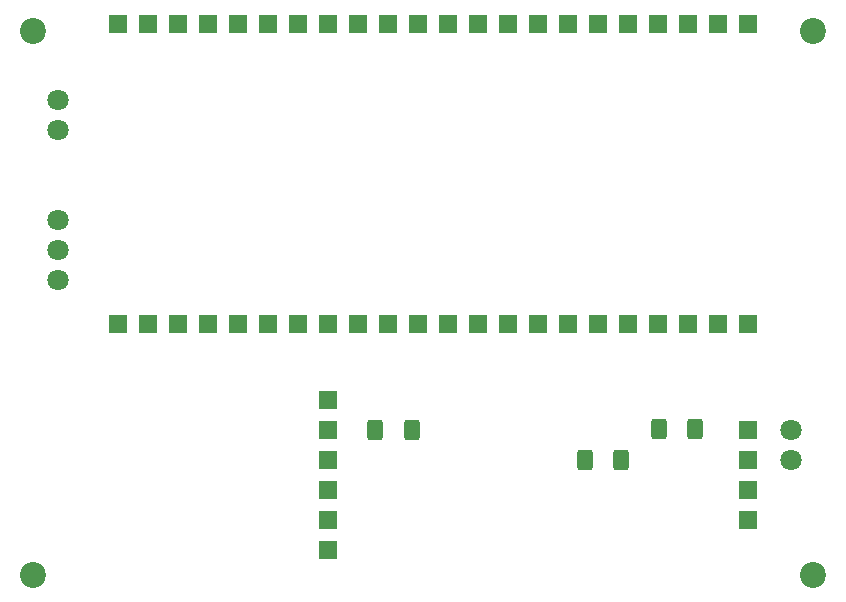
<source format=gbr>
%TF.GenerationSoftware,KiCad,Pcbnew,8.0.6*%
%TF.CreationDate,2024-11-03T13:03:28+02:00*%
%TF.ProjectId,Cronus,43726f6e-7573-42e6-9b69-6361645f7063,rev?*%
%TF.SameCoordinates,PX649cd60PY6c7aff0*%
%TF.FileFunction,Soldermask,Bot*%
%TF.FilePolarity,Negative*%
%FSLAX46Y46*%
G04 Gerber Fmt 4.6, Leading zero omitted, Abs format (unit mm)*
G04 Created by KiCad (PCBNEW 8.0.6) date 2024-11-03 13:03:28*
%MOMM*%
%LPD*%
G01*
G04 APERTURE LIST*
G04 Aperture macros list*
%AMRoundRect*
0 Rectangle with rounded corners*
0 $1 Rounding radius*
0 $2 $3 $4 $5 $6 $7 $8 $9 X,Y pos of 4 corners*
0 Add a 4 corners polygon primitive as box body*
4,1,4,$2,$3,$4,$5,$6,$7,$8,$9,$2,$3,0*
0 Add four circle primitives for the rounded corners*
1,1,$1+$1,$2,$3*
1,1,$1+$1,$4,$5*
1,1,$1+$1,$6,$7*
1,1,$1+$1,$8,$9*
0 Add four rect primitives between the rounded corners*
20,1,$1+$1,$2,$3,$4,$5,0*
20,1,$1+$1,$4,$5,$6,$7,0*
20,1,$1+$1,$6,$7,$8,$9,0*
20,1,$1+$1,$8,$9,$2,$3,0*%
G04 Aperture macros list end*
%ADD10R,1.600000X1.600000*%
%ADD11C,2.200000*%
%ADD12C,1.800000*%
%ADD13RoundRect,0.250000X-0.400000X-0.625000X0.400000X-0.625000X0.400000X0.625000X-0.400000X0.625000X0*%
%ADD14RoundRect,0.250000X0.400000X0.625000X-0.400000X0.625000X-0.400000X-0.625000X0.400000X-0.625000X0*%
G04 APERTURE END LIST*
D10*
%TO.C,U2*%
X27940000Y17830000D03*
X27940000Y15290000D03*
X27940000Y12750000D03*
X27940000Y10210000D03*
X27940000Y7670000D03*
X27940000Y5130000D03*
X63500000Y7670000D03*
X63500000Y10210000D03*
X63500000Y12750000D03*
X63500000Y15290000D03*
%TD*%
D11*
%TO.C,H1*%
X3000000Y49000000D03*
%TD*%
D12*
%TO.C,J3*%
X5080000Y27940000D03*
%TD*%
D11*
%TO.C,H3*%
X3000000Y3000000D03*
%TD*%
D10*
%TO.C,U1*%
X63540000Y49650000D03*
X61000000Y49650000D03*
X58460000Y49650000D03*
X55920000Y49650000D03*
X53380000Y49650000D03*
X50840000Y49650000D03*
X48300000Y49650000D03*
X45760000Y49650000D03*
X43220000Y49650000D03*
X40680000Y49650000D03*
X38140000Y49650000D03*
X35600000Y49650000D03*
X33060000Y49650000D03*
X30520000Y49650000D03*
X27980000Y49650000D03*
X25440000Y49650000D03*
X22900000Y49650000D03*
X20360000Y49650000D03*
X17820000Y49650000D03*
X15280000Y49650000D03*
X12740000Y49650000D03*
X10200000Y49650000D03*
X10200000Y24250000D03*
X12740000Y24250000D03*
X15280000Y24250000D03*
X17820000Y24250000D03*
X20360000Y24250000D03*
X22900000Y24250000D03*
X25440000Y24250000D03*
X27980000Y24250000D03*
X30520000Y24250000D03*
X33060000Y24250000D03*
X35600000Y24250000D03*
X38140000Y24250000D03*
X40680000Y24250000D03*
X43220000Y24250000D03*
X45760000Y24250000D03*
X48300000Y24250000D03*
X50840000Y24250000D03*
X53380000Y24250000D03*
X55920000Y24250000D03*
X58460000Y24250000D03*
X61000000Y24250000D03*
X63540000Y24250000D03*
%TD*%
D12*
%TO.C,J7*%
X67167000Y12700000D03*
%TD*%
D11*
%TO.C,H4*%
X69000000Y3000000D03*
%TD*%
D12*
%TO.C,J6*%
X67183000Y15240000D03*
%TD*%
%TO.C,J1*%
X5080000Y43180000D03*
%TD*%
%TO.C,J2*%
X5080000Y40640000D03*
%TD*%
%TO.C,J4*%
X5080000Y30480000D03*
%TD*%
%TO.C,J5*%
X5080000Y33020000D03*
%TD*%
D11*
%TO.C,H2*%
X69000000Y49000000D03*
%TD*%
D13*
%TO.C,R2*%
X31950000Y15250000D03*
X35050000Y15250000D03*
%TD*%
D14*
%TO.C,R1*%
X52800000Y12750000D03*
X49700000Y12750000D03*
%TD*%
D13*
%TO.C,R3*%
X55965000Y15313000D03*
X59065000Y15313000D03*
%TD*%
M02*

</source>
